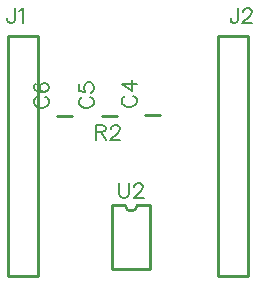
<source format=gto>
G04 DipTrace 3.1.0.1*
G04 FR2311_Breakout.gto*
%MOIN*%
G04 #@! TF.FileFunction,Legend,Top*
G04 #@! TF.Part,Single*
%ADD10C,0.009843*%
%ADD37C,0.00772*%
%FSLAX26Y26*%
G04*
G70*
G90*
G75*
G01*
G04 TopSilk*
%LPD*%
X950223Y1030450D2*
D10*
X899081D1*
X807486Y1025052D2*
X756344D1*
X657551D2*
X606409D1*
X443998Y1293963D2*
X544000D1*
Y494037D1*
X443998D1*
Y1293963D1*
X1244002D2*
X1144000D1*
Y494037D1*
X1244002D1*
Y1293963D1*
X790897Y729506D2*
Y516906D1*
X916869Y729506D2*
Y516906D1*
X790897D2*
X916869D1*
X790897Y729506D2*
X834194D1*
X873572D2*
X916869D1*
X834194D2*
G03X873572Y729506I19689J23D01*
G01*
X833840Y1093607D2*
D37*
X829087Y1091231D1*
X824278Y1086422D1*
X821902Y1081669D1*
Y1072107D1*
X824278Y1067299D1*
X829087Y1062546D1*
X833840Y1060114D1*
X841025Y1057737D1*
X853018D1*
X860148Y1060114D1*
X864957Y1062546D1*
X869710Y1067299D1*
X872142Y1072107D1*
Y1081669D1*
X869710Y1086422D1*
X864957Y1091231D1*
X860148Y1093607D1*
X872142Y1132978D2*
X821957D1*
X855395Y1109046D1*
Y1144916D1*
X691102Y1089398D2*
X686349Y1087021D1*
X681541Y1082213D1*
X679164Y1077460D1*
Y1067898D1*
X681541Y1063090D1*
X686349Y1058336D1*
X691102Y1055905D1*
X698287Y1053528D1*
X710281D1*
X717411Y1055905D1*
X722219Y1058336D1*
X726972Y1063090D1*
X729404Y1067898D1*
Y1077460D1*
X726972Y1082213D1*
X722219Y1087021D1*
X717411Y1089398D1*
X679219Y1133522D2*
Y1109646D1*
X700719Y1107269D1*
X698343Y1109646D1*
X695911Y1116831D1*
Y1123960D1*
X698343Y1131145D1*
X703096Y1135954D1*
X710281Y1138330D1*
X715034D1*
X722219Y1135954D1*
X727028Y1131145D1*
X729404Y1123960D1*
Y1116831D1*
X727028Y1109646D1*
X724596Y1107269D1*
X719842Y1104837D1*
X541168Y1090614D2*
X536415Y1088237D1*
X531606Y1083429D1*
X529230Y1078676D1*
Y1069114D1*
X531606Y1064306D1*
X536415Y1059552D1*
X541168Y1057121D1*
X548353Y1054744D1*
X560346D1*
X567476Y1057121D1*
X572285Y1059552D1*
X577038Y1064306D1*
X579470Y1069114D1*
Y1078676D1*
X577038Y1083429D1*
X572285Y1088237D1*
X567476Y1090614D1*
X536415Y1134738D2*
X531662Y1132361D1*
X529285Y1125176D1*
Y1120423D1*
X531662Y1113238D1*
X538847Y1108430D1*
X550785Y1106053D1*
X562723D1*
X572285Y1108430D1*
X577093Y1113238D1*
X579470Y1120423D1*
Y1122800D1*
X577093Y1129929D1*
X572285Y1134738D1*
X565100Y1137114D1*
X562723D1*
X555538Y1134738D1*
X550785Y1129929D1*
X548408Y1122800D1*
Y1120423D1*
X550785Y1113238D1*
X555538Y1108430D1*
X562723Y1106053D1*
X464789Y1386121D2*
Y1347874D1*
X462412Y1340689D1*
X459980Y1338313D1*
X455227Y1335881D1*
X450419D1*
X445666Y1338313D1*
X443289Y1340689D1*
X440857Y1347874D1*
Y1352627D1*
X480228Y1376504D2*
X485037Y1378936D1*
X492222Y1386065D1*
Y1335881D1*
X1208960Y1386121D2*
Y1347874D1*
X1206584Y1340689D1*
X1204152Y1338313D1*
X1199399Y1335881D1*
X1194590D1*
X1189837Y1338313D1*
X1187460Y1340689D1*
X1185028Y1347874D1*
Y1352627D1*
X1226831Y1374127D2*
Y1376504D1*
X1229208Y1381312D1*
X1231584Y1383689D1*
X1236393Y1386065D1*
X1245955D1*
X1250708Y1383689D1*
X1253084Y1381312D1*
X1255516Y1376504D1*
Y1371751D1*
X1253084Y1366942D1*
X1248331Y1359812D1*
X1224399Y1335881D1*
X1257893D1*
X735522Y972507D2*
X757022D1*
X764207Y974938D1*
X766639Y977315D1*
X769015Y982068D1*
Y986877D1*
X766639Y991630D1*
X764207Y994062D1*
X757022Y996438D1*
X735522D1*
Y946198D1*
X752269Y972507D2*
X769015Y946198D1*
X786886Y984445D2*
Y986821D1*
X789263Y991630D1*
X791640Y994006D1*
X796448Y996383D1*
X806010D1*
X810763Y994006D1*
X813139Y991630D1*
X815571Y986821D1*
Y982068D1*
X813139Y977260D1*
X808386Y970130D1*
X784455Y946198D1*
X817948D1*
X812670Y802729D2*
Y766859D1*
X815047Y759674D1*
X819855Y754921D1*
X827040Y752489D1*
X831794D1*
X838979Y754921D1*
X843787Y759674D1*
X846164Y766859D1*
Y802729D1*
X864035Y790735D2*
Y793112D1*
X866411Y797921D1*
X868788Y800297D1*
X873596Y802674D1*
X883158D1*
X887911Y800297D1*
X890288Y797921D1*
X892720Y793112D1*
Y788359D1*
X890288Y783550D1*
X885535Y776421D1*
X861603Y752489D1*
X895096D1*
M02*

</source>
